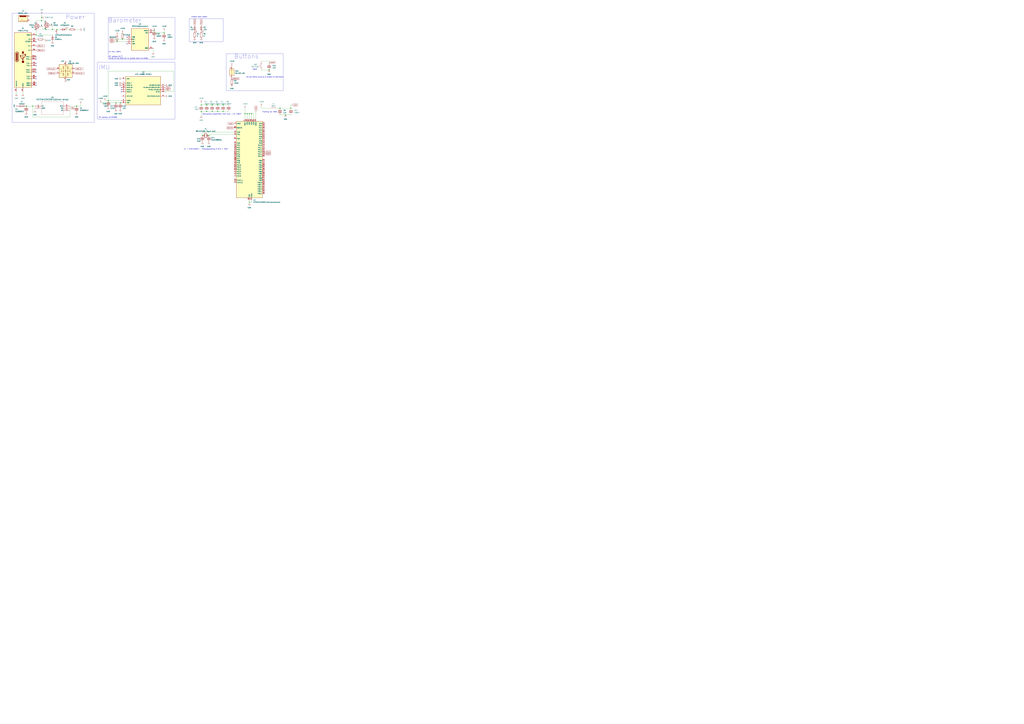
<source format=kicad_sch>
(kicad_sch (version 20230121) (generator eeschema)
  (paper "A0")
  (lib_symbols
    (symbol "2024-02-19_22-09-14:USB4105-GF-A" (pin_names (offset 0.254))
      (property "Reference" "J" (at 20.32 10.16 0))
      (property "Value" "USB4105-GF-A" (at 20.32 7.62 0))
      (symbol "USB4105-GF-A_0_1"
        (pin power_out line (at 0 0 0) (length 7.62) (name "GND") (number "A1-B12"))
        (pin power_in line (at 0 -2.54 0) (length 7.62) (name "VBUS") (number "A4-B9"))
        (pin bidirectional line (at 0 -5.08 0) (length 7.62) (name "CC1") (number "A5"))
        (pin bidirectional line (at 0 -7.62 0) (length 7.62) (name "DP1") (number "A6"))
        (pin bidirectional line (at 0 -10.16 0) (length 7.62) (name "DN1") (number "A7"))
        (pin bidirectional line (at 0 -12.7 0) (length 7.62) (name "SBU1") (number "A8"))
        (pin power_out line (at 40.64 -12.7 180) (length 7.62) (name "GND") (number "B1-A12"))
        (pin power_in line (at 40.64 -10.16 180) (length 7.62) (name "VBUS") (number "B4-A9"))
        (pin bidirectional line (at 40.64 -7.62 180) (length 7.62) (name "CC2") (number "B5"))
        (pin bidirectional line (at 40.64 -5.08 180) (length 7.62) (name "DP2") (number "B6"))
        (pin bidirectional line (at 40.64 -2.54 180) (length 7.62) (name "DN2") (number "B7"))
        (pin bidirectional line (at 40.64 0 180) (length 7.62) (name "SBU2") (number "B8"))
      )
    )
    (symbol "Connector:Barrel_Jack" (pin_names (offset 1.016))
      (property "Reference" "J" (at 0 5.334 0))
      (property "Value" "Barrel_Jack" (at 0 -5.08 0))
      (symbol "Barrel_Jack_1_1"
        (pin passive line (at 7.62 2.54 180) (length 2.54) (name "~") (number "1"))
        (pin passive line (at 7.62 -2.54 180) (length 2.54) (name "~") (number "2"))
      )
    )
    (symbol "Connector:Conn_01x01_Pin" (pin_names (offset 1.016) hide)
      (property "Reference" "J" (at 0 2.54 0))
      (property "Value" "Conn_01x01_Pin" (at 0 -2.54 0))
      (symbol "Conn_01x01_Pin_1_1"
        (pin passive line (at 5.08 0 180) (length 3.81) (name "Pin_1") (number "1"))
      )
    )
    (symbol "Connector:USB_C_Plug" (pin_names (offset 1.016))
      (property "Reference" "P" (at -10.16 29.21 0))
      (property "Value" "USB_C_Plug" (at 10.16 29.21 0))
      (symbol "USB_C_Plug_1_1"
        (pin passive line (at 0 -40.64 90) (length 5.08) (name "GND") (number "A1"))
        (pin bidirectional line (at 15.24 -15.24 180) (length 5.08) (name "RX2-") (number "A10"))
        (pin bidirectional line (at 15.24 -17.78 180) (length 5.08) (name "RX2+") (number "A11"))
        (pin passive line (at 0 -40.64 90) (length 5.08) hide (name "GND") (number "A12"))
        (pin bidirectional line (at 15.24 -10.16 180) (length 5.08) (name "TX1+") (number "A2"))
        (pin bidirectional line (at 15.24 -7.62 180) (length 5.08) (name "TX1-") (number "A3"))
        (pin passive line (at 15.24 25.4 180) (length 5.08) (name "VBUS") (number "A4"))
        (pin bidirectional line (at 15.24 20.32 180) (length 5.08) (name "CC") (number "A5"))
        (pin bidirectional line (at 15.24 7.62 180) (length 5.08) (name "D+") (number "A6"))
        (pin bidirectional line (at 15.24 12.7 180) (length 5.08) (name "D-") (number "A7"))
        (pin bidirectional line (at 15.24 -30.48 180) (length 5.08) (name "SBU1") (number "A8"))
        (pin passive line (at 15.24 25.4 180) (length 5.08) hide (name "VBUS") (number "A9"))
        (pin passive line (at 0 -40.64 90) (length 5.08) hide (name "GND") (number "B1"))
        (pin bidirectional line (at 15.24 0 180) (length 5.08) (name "RX1-") (number "B10"))
        (pin bidirectional line (at 15.24 -2.54 180) (length 5.08) (name "RX1+") (number "B11"))
        (pin passive line (at 0 -40.64 90) (length 5.08) hide (name "GND") (number "B12"))
        (pin bidirectional line (at 15.24 -25.4 180) (length 5.08) (name "TX2+") (number "B2"))
        (pin bidirectional line (at 15.24 -22.86 180) (length 5.08) (name "TX2-") (number "B3"))
        (pin passive line (at 15.24 25.4 180) (length 5.08) hide (name "VBUS") (number "B4"))
        (pin bidirectional line (at 15.24 17.78 180) (length 5.08) (name "VCONN") (number "B5"))
        (pin bidirectional line (at 15.24 -33.02 180) (length 5.08) (name "SBU2") (number "B8"))
        (pin passive line (at 15.24 25.4 180) (length 5.08) hide (name "VBUS") (number "B9"))
        (pin passive line (at -7.62 -40.64 90) (length 5.08) (name "SHIELD") (number "S1"))
      )
    )
    (symbol "DPS310:DPS310" (pin_names (offset 1.016))
      (property "Reference" "U" (at -10.16 13.462 0))
      (property "Value" "DPS310" (at -10.16 -15.24 0))
      (symbol "DPS310_0_0"
        (pin power_in line (at 15.24 -10.16 180) (length 5.08) (name "GND") (number "1"))
        (pin input line (at -15.24 2.54 0) (length 5.08) (name "~{CSB}") (number "2"))
        (pin bidirectional line (at -15.24 -2.54 0) (length 5.08) (name "SDI") (number "3"))
        (pin input clock (at -15.24 0 0) (length 5.08) (name "SCK") (number "4"))
        (pin output line (at -15.24 -5.08 0) (length 5.08) (name "SDO") (number "5"))
        (pin power_in line (at 15.24 10.16 180) (length 5.08) (name "VDDIO") (number "6"))
        (pin power_in line (at 15.24 -10.16 180) (length 5.08) (name "GND") (number "7"))
        (pin power_in line (at 15.24 7.62 180) (length 5.08) (name "VDD") (number "8"))
      )
    )
    (symbol "Device:C" (pin_numbers hide) (pin_names (offset 0.254))
      (property "Reference" "C" (at 0.635 2.54 0))
      (property "Value" "C" (at 0.635 -2.54 0))
      (symbol "C_1_1"
        (pin passive line (at 0 3.81 270) (length 2.794) (name "~") (number "1"))
        (pin passive line (at 0 -3.81 90) (length 2.794) (name "~") (number "2"))
      )
    )
    (symbol "Device:Crystal" (pin_numbers hide) (pin_names (offset 1.016) hide)
      (property "Reference" "Y" (at 0 3.81 0))
      (property "Value" "Crystal" (at 0 -3.81 0))
      (symbol "Crystal_1_1"
        (pin passive line (at -3.81 0 0) (length 1.27) (name "1") (number "1"))
        (pin passive line (at 3.81 0 180) (length 1.27) (name "2") (number "2"))
      )
    )
    (symbol "Device:Fuse" (pin_numbers hide) (pin_names (offset 0))
      (property "Reference" "F" (at 2.032 0 90))
      (property "Value" "Fuse" (at -1.905 0 90))
      (symbol "Fuse_1_1"
        (pin passive line (at 0 3.81 270) (length 1.27) (name "~") (number "1"))
        (pin passive line (at 0 -3.81 90) (length 1.27) (name "~") (number "2"))
      )
    )
    (symbol "Device:L" (pin_numbers hide) (pin_names (offset 1.016) hide)
      (property "Reference" "L" (at -1.27 0 90))
      (property "Value" "L" (at 1.905 0 90))
      (symbol "L_1_1"
        (pin passive line (at 0 3.81 270) (length 1.27) (name "1") (number "1"))
        (pin passive line (at 0 -3.81 90) (length 1.27) (name "2") (number "2"))
      )
    )
    (symbol "Device:LED" (pin_numbers hide) (pin_names (offset 1.016) hide)
      (property "Reference" "D" (at 0 2.54 0))
      (property "Value" "LED" (at 0 -2.54 0))
      (symbol "LED_1_1"
        (pin passive line (at -3.81 0 0) (length 2.54) (name "K") (number "1"))
        (pin passive line (at 3.81 0 180) (length 2.54) (name "A") (number "2"))
      )
    )
    (symbol "Device:R" (pin_numbers hide) (pin_names (offset 0))
      (property "Reference" "R" (at 2.032 0 90))
      (property "Value" "R" (at 0 0 90))
      (symbol "R_1_1"
        (pin passive line (at 0 3.81 270) (length 1.27) (name "~") (number "1"))
        (pin passive line (at 0 -3.81 90) (length 1.27) (name "~") (number "2"))
      )
    )
    (symbol "Diode:ESD5Zxx" (pin_numbers hide) (pin_names hide)
      (property "Reference" "D" (at 0 2.54 0))
      (property "Value" "ESD5Zxx" (at 0 -2.54 0))
      (symbol "ESD5Zxx_1_1"
        (pin passive line (at -3.81 0 0) (length 2.54) (name "K") (number "1"))
        (pin passive line (at 3.81 0 180) (length 2.54) (name "A") (number "2"))
      )
    )
    (symbol "ICM-42688-P:ICM-42688-P" (pin_names (offset 1.016))
      (property "Reference" "U" (at -20.32 16.002 0))
      (property "Value" "ICM-42688-P" (at -20.32 -20.32 0))
      (symbol "ICM-42688-P_0_0"
        (pin bidirectional line (at -25.4 -7.62 0) (length 5.08) (name "AP_SDO/AP_AD0") (number "1"))
        (pin passive line (at 25.4 -5.08 180) (length 5.08) (name "RESV_10") (number "10"))
        (pin passive line (at 25.4 -7.62 180) (length 5.08) (name "RESV_11") (number "11"))
        (pin input line (at -25.4 0 0) (length 5.08) (name "AP_CS") (number "12"))
        (pin input clock (at -25.4 -2.54 0) (length 5.08) (name "AP_SCL/AP_SCLK") (number "13"))
        (pin bidirectional line (at -25.4 -5.08 0) (length 5.08) (name "AP_SDA/AP_SDIO/AP_SDI") (number "14"))
        (pin passive line (at 25.4 0 180) (length 5.08) (name "RESV_2") (number "2"))
        (pin passive line (at 25.4 -2.54 180) (length 5.08) (name "RESV_3") (number "3"))
        (pin output line (at 25.4 5.08 180) (length 5.08) (name "INT1/INT") (number "4"))
        (pin power_in line (at 25.4 10.16 180) (length 5.08) (name "VDDIO") (number "5"))
        (pin power_in line (at 25.4 -15.24 180) (length 5.08) (name "GND") (number "6"))
        (pin passive line (at 25.4 -10.16 180) (length 5.08) (name "RESV_7") (number "7"))
        (pin power_in line (at 25.4 12.7 180) (length 5.08) (name "VDD") (number "8"))
        (pin bidirectional line (at -25.4 5.08 0) (length 5.08) (name "INT2/FSYNC/CLKIN") (number "9"))
      )
    )
    (symbol "MCU_ST_STM32F4:STM32F405RGTx"
      (property "Reference" "U" (at -15.24 46.99 0))
      (property "Value" "STM32F405RGTx" (at 10.16 46.99 0))
      (symbol "STM32F405RGTx_1_1"
        (pin power_in line (at -5.08 48.26 270) (length 2.54) (name "VBAT") (number "1"))
        (pin bidirectional line (at -17.78 15.24 0) (length 2.54) (name "PC2") (number "10"))
        (pin bidirectional line (at -17.78 12.7 0) (length 2.54) (name "PC3") (number "11"))
        (pin power_in line (at 2.54 -45.72 90) (length 2.54) (name "VSSA") (number "12"))
        (pin power_in line (at 7.62 48.26 270) (length 2.54) (name "VDDA") (number "13"))
        (pin bidirectional line (at 17.78 43.18 180) (length 2.54) (name "PA0") (number "14"))
        (pin bidirectional line (at 17.78 40.64 180) (length 2.54) (name "PA1") (number "15"))
        (pin bidirectional line (at 17.78 38.1 180) (length 2.54) (name "PA2") (number "16"))
        (pin bidirectional line (at 17.78 35.56 180) (length 2.54) (name "PA3") (number "17"))
        (pin power_in line (at 0 -45.72 90) (length 2.54) (name "VSS") (number "18"))
        (pin power_in line (at -2.54 48.26 270) (length 2.54) (name "VDD") (number "19"))
        (pin bidirectional line (at -17.78 -12.7 0) (length 2.54) (name "PC13") (number "2"))
        (pin bidirectional line (at 17.78 33.02 180) (length 2.54) (name "PA4") (number "20"))
        (pin bidirectional line (at 17.78 30.48 180) (length 2.54) (name "PA5") (number "21"))
        (pin bidirectional line (at 17.78 27.94 180) (length 2.54) (name "PA6") (number "22"))
        (pin bidirectional line (at 17.78 25.4 180) (length 2.54) (name "PA7") (number "23"))
        (pin bidirectional line (at -17.78 10.16 0) (length 2.54) (name "PC4") (number "24"))
        (pin bidirectional line (at -17.78 7.62 0) (length 2.54) (name "PC5") (number "25"))
        (pin bidirectional line (at 17.78 0 180) (length 2.54) (name "PB0") (number "26"))
        (pin bidirectional line (at 17.78 -2.54 180) (length 2.54) (name "PB1") (number "27"))
        (pin bidirectional line (at 17.78 -5.08 180) (length 2.54) (name "PB2") (number "28"))
        (pin bidirectional line (at 17.78 -25.4 180) (length 2.54) (name "PB10") (number "29"))
        (pin bidirectional line (at -17.78 -15.24 0) (length 2.54) (name "PC14") (number "3"))
        (pin bidirectional line (at 17.78 -27.94 180) (length 2.54) (name "PB11") (number "30"))
        (pin power_out line (at -17.78 -22.86 0) (length 2.54) (name "VCAP_1") (number "31"))
        (pin power_in line (at 0 48.26 270) (length 2.54) (name "VDD") (number "32"))
        (pin bidirectional line (at 17.78 -30.48 180) (length 2.54) (name "PB12") (number "33"))
        (pin bidirectional line (at 17.78 -33.02 180) (length 2.54) (name "PB13") (number "34"))
        (pin bidirectional line (at 17.78 -35.56 180) (length 2.54) (name "PB14") (number "35"))
        (pin bidirectional line (at 17.78 -38.1 180) (length 2.54) (name "PB15") (number "36"))
        (pin bidirectional line (at -17.78 5.08 0) (length 2.54) (name "PC6") (number "37"))
        (pin bidirectional line (at -17.78 2.54 0) (length 2.54) (name "PC7") (number "38"))
        (pin bidirectional line (at -17.78 0 0) (length 2.54) (name "PC8") (number "39"))
        (pin bidirectional line (at -17.78 -17.78 0) (length 2.54) (name "PC15") (number "4"))
        (pin bidirectional line (at -17.78 -2.54 0) (length 2.54) (name "PC9") (number "40"))
        (pin bidirectional line (at 17.78 22.86 180) (length 2.54) (name "PA8") (number "41"))
        (pin bidirectional line (at 17.78 20.32 180) (length 2.54) (name "PA9") (number "42"))
        (pin bidirectional line (at 17.78 17.78 180) (length 2.54) (name "PA10") (number "43"))
        (pin bidirectional line (at 17.78 15.24 180) (length 2.54) (name "PA11") (number "44"))
        (pin bidirectional line (at 17.78 12.7 180) (length 2.54) (name "PA12") (number "45"))
        (pin bidirectional line (at 17.78 10.16 180) (length 2.54) (name "PA13") (number "46"))
        (pin power_out line (at -17.78 -25.4 0) (length 2.54) (name "VCAP_2") (number "47"))
        (pin power_in line (at 2.54 48.26 270) (length 2.54) (name "VDD") (number "48"))
        (pin bidirectional line (at 17.78 7.62 180) (length 2.54) (name "PA14") (number "49"))
        (pin bidirectional line (at -17.78 33.02 0) (length 2.54) (name "PH0") (number "5"))
        (pin bidirectional line (at 17.78 5.08 180) (length 2.54) (name "PA15") (number "50"))
        (pin bidirectional line (at -17.78 -5.08 0) (length 2.54) (name "PC10") (number "51"))
        (pin bidirectional line (at -17.78 -7.62 0) (length 2.54) (name "PC11") (number "52"))
        (pin bidirectional line (at -17.78 -10.16 0) (length 2.54) (name "PC12") (number "53"))
        (pin bidirectional line (at -17.78 25.4 0) (length 2.54) (name "PD2") (number "54"))
        (pin bidirectional line (at 17.78 -7.62 180) (length 2.54) (name "PB3") (number "55"))
        (pin bidirectional line (at 17.78 -10.16 180) (length 2.54) (name "PB4") (number "56"))
        (pin bidirectional line (at 17.78 -12.7 180) (length 2.54) (name "PB5") (number "57"))
        (pin bidirectional line (at 17.78 -15.24 180) (length 2.54) (name "PB6") (number "58"))
        (pin bidirectional line (at 17.78 -17.78 180) (length 2.54) (name "PB7") (number "59"))
        (pin bidirectional line (at -17.78 30.48 0) (length 2.54) (name "PH1") (number "6"))
        (pin input line (at -17.78 38.1 0) (length 2.54) (name "BOOT0") (number "60"))
        (pin bidirectional line (at 17.78 -20.32 180) (length 2.54) (name "PB8") (number "61"))
        (pin bidirectional line (at 17.78 -22.86 180) (length 2.54) (name "PB9") (number "62"))
        (pin passive line (at 0 -45.72 90) (length 2.54) hide (name "VSS") (number "63"))
        (pin power_in line (at 5.08 48.26 270) (length 2.54) (name "VDD") (number "64"))
        (pin input line (at -17.78 43.18 0) (length 2.54) (name "NRST") (number "7"))
        (pin bidirectional line (at -17.78 20.32 0) (length 2.54) (name "PC0") (number "8"))
        (pin bidirectional line (at -17.78 17.78 0) (length 2.54) (name "PC1") (number "9"))
      )
    )
    (symbol "NCP164CSN330T1G:NCP164CSN330T1G" (pin_names (offset 0.254))
      (property "Reference" "U" (at 20.32 10.16 0))
      (property "Value" "NCP164CSN330T1G" (at 20.32 7.62 0))
      (symbol "NCP164CSN330T1G_0_1"
        (pin power_in line (at 0 0 0) (length 7.62) (name "IN") (number "1"))
        (pin power_out line (at 0 -2.54 0) (length 7.62) (name "GND") (number "2"))
        (pin unspecified line (at 40.64 -5.08 180) (length 7.62) (name "EN") (number "3"))
        (pin unspecified line (at 40.64 -2.54 180) (length 7.62) (name "PG") (number "4"))
        (pin output line (at 40.64 0 180) (length 7.62) (name "OUT") (number "5"))
      )
    )
    (symbol "Power_Protection:USBLC6-2P6" (pin_names hide)
      (property "Reference" "U" (at 2.54 8.89 0))
      (property "Value" "USBLC6-2P6" (at 2.54 -8.89 0))
      (symbol "USBLC6-2P6_1_1"
        (pin passive line (at -10.16 -2.54 0) (length 2.54) (name "I/O1") (number "1"))
        (pin passive line (at 0 -10.16 90) (length 2.54) (name "GND") (number "2"))
        (pin passive line (at 10.16 -2.54 180) (length 2.54) (name "I/O2") (number "3"))
        (pin passive line (at 10.16 2.54 180) (length 2.54) (name "I/O2") (number "4"))
        (pin passive line (at 0 10.16 270) (length 2.54) (name "VBUS") (number "5"))
        (pin passive line (at -10.16 2.54 0) (length 2.54) (name "I/O1") (number "6"))
      )
    )
    (symbol "Simulation_SPICE:NMOS" (pin_numbers hide) (pin_names (offset 0))
      (property "Reference" "Q" (at 5.08 1.27 0))
      (property "Value" "NMOS" (at 5.08 -1.27 0))
      (symbol "NMOS_1_1"
        (pin passive line (at 2.54 5.08 270) (length 2.54) (name "D") (number "1"))
        (pin input line (at -5.08 0 0) (length 2.54) (name "G") (number "2"))
        (pin passive line (at 2.54 -5.08 90) (length 2.54) (name "S") (number "3"))
      )
    )
    (symbol "Simulation_SPICE:PMOS" (pin_numbers hide) (pin_names (offset 0))
      (property "Reference" "Q" (at 5.08 1.27 0))
      (property "Value" "PMOS" (at 5.08 -1.27 0))
      (symbol "PMOS_1_1"
        (pin passive line (at 2.54 5.08 270) (length 2.54) (name "D") (number "1"))
        (pin input line (at -5.08 0 0) (length 2.54) (name "G") (number "2"))
        (pin passive line (at 2.54 -5.08 90) (length 2.54) (name "S") (number "3"))
      )
    )
    (symbol "Switch:SW_DIP_x01" (pin_names (offset 0) hide)
      (property "Reference" "SW" (at 0 3.81 0))
      (property "Value" "SW_DIP_x01" (at 0 -3.81 0))
      (symbol "SW_DIP_x01_1_1"
        (pin passive line (at -7.62 0 0) (length 5.08) (name "~") (number "1"))
        (pin passive line (at 7.62 0 180) (length 5.08) (name "~") (number "2"))
      )
    )
    (symbol "Switch:SW_Push" (pin_numbers hide) (pin_names (offset 1.016) hide)
      (property "Reference" "SW" (at 1.27 2.54 0))
      (property "Value" "SW_Push" (at 0 -1.524 0))
      (symbol "SW_Push_0_1"
        (pin passive line (at -5.08 0 0) (length 2.54) (name "1") (number "1"))
        (pin passive line (at 5.08 0 180) (length 2.54) (name "2") (number "2"))
      )
    )
    (symbol "power:+3.3V" (power) (pin_names (offset 0))
      (property "Value" "+3.3V" (at 0 3.556 0))
      (symbol "+3.3V_1_1"
        (pin power_in line (at 0 0 90) (length 0) hide (name "+3.3V") (number "1"))
      )
    )
    (symbol "power:+5V" (power) (pin_names (offset 0))
      (property "Value" "+5V" (at 0 3.556 0))
      (symbol "+5V_1_1"
        (pin power_in line (at 0 0 90) (length 0) hide (name "+5V") (number "1"))
      )
    )
    (symbol "power:GND" (power) (pin_names (offset 0))
      (property "Value" "GND" (at 0 -3.81 0))
      (symbol "GND_1_1"
        (pin power_in line (at 0 0 270) (length 0) hide (name "GND") (number "1"))
      )
    )
    (symbol "power:PWR_FLAG" (power) (pin_numbers hide) (pin_names (offset 0) hide)
      (property "Value" "PWR_FLAG" (at 0 3.81 0))
      (symbol "PWR_FLAG_0_0"
        (pin power_out line (at 0 0 90) (length 0) (name "pwr") (number "1"))
      )
    )
  )
  (junction (at 325.12 125.73))
  (junction (at 287.02 132.08))
  (junction (at 135.89 48.26))
  (junction (at 179.07 35.56))
  (junction (at 190.5 38.1))
  (junction (at 88.9 123.19))
  (junction (at 252.73 121.92))
  (junction (at 48.26 24.13))
  (junction (at 312.42 81.28))
  (junction (at 139.7 119.38))
  (junction (at 289.56 234.95))
  (junction (at 331.47 133.35))
  (junction (at 66.04 34.29))
  (junction (at 233.68 121.92))
  (junction (at 125.73 116.84))
  (junction (at 233.68 129.54))
  (junction (at 292.1 132.08))
  (junction (at 38.1 123.19))
  (junction (at 240.03 129.54))
  (junction (at 240.03 121.92))
  (junction (at 53.34 34.29))
  (junction (at 259.08 129.54))
  (junction (at 246.38 121.92))
  (junction (at 284.48 132.08))
  (junction (at 252.73 129.54))
  (junction (at 242.57 157.48))
  (junction (at 60.96 34.29))
  (junction (at 30.48 123.19))
  (junction (at 246.38 129.54))
  (junction (at 134.62 119.38))
  (junction (at 48.26 20.32))
  (junction (at 259.08 121.92))
  (junction (at 142.24 45.72))
  (junction (at 337.82 125.73))
  (junction (at 289.56 132.08))
  (junction (at 41.91 40.64))
  (junction (at 234.95 157.48))
  (no_connect (at 41.91 48.26))
  (no_connect (at 147.32 50.8))
  (no_connect (at 140.97 101.6))
  (no_connect (at 41.91 66.04))
  (no_connect (at 140.97 106.68))
  (no_connect (at 147.32 43.18))
  (no_connect (at 41.91 83.82))
  (no_connect (at 41.91 76.2))
  (no_connect (at 41.91 88.9))
  (no_connect (at 41.91 81.28))
  (no_connect (at 41.91 99.06))
  (no_connect (at 41.91 73.66))
  (no_connect (at 41.91 68.58))
  (no_connect (at 140.97 104.14))
  (no_connect (at 41.91 91.44))
  (no_connect (at 41.91 96.52))
  (wire (pts (xy 292.1 132.08) (xy 294.64 132.08)))
  (wire (pts (xy 289.56 232.41) (xy 289.56 234.95)))
  (wire (pts (xy 77.47 34.29) (xy 80.01 34.29)))
  (wire (pts (xy 292.1 232.41) (xy 292.1 234.95)))
  (wire (pts (xy 147.32 45.72) (xy 142.24 45.72)))
  (wire (pts (xy 179.07 35.56) (xy 177.8 35.56)))
  (wire (pts (xy 303.53 71.12) (xy 312.42 71.12)))
  (wire (pts (xy 339.09 121.92) (xy 337.82 121.92)))
  (wire (pts (xy 49.53 30.48) (xy 49.53 34.29)))
  (wire (pts (xy 325.12 125.73) (xy 337.82 125.73)))
  (wire (pts (xy 66.04 34.29) (xy 69.85 34.29)))
  (wire (pts (xy 76.2 73.66) (xy 76.2 72.39)))
  (wire (pts (xy 242.57 156.21) (xy 242.57 157.48)))
  (wire (pts (xy 60.96 29.21) (xy 60.96 34.29)))
  (wire (pts (xy 48.26 20.32) (xy 48.26 24.13)))
  (wire (pts (xy 240.03 129.54) (xy 246.38 129.54)))
  (wire (pts (xy 142.24 45.72) (xy 133.35 45.72)))
  (wire (pts (xy 271.78 156.21) (xy 242.57 156.21)))
  (wire (pts (xy 49.53 34.29) (xy 53.34 34.29)))
  (wire (pts (xy 41.91 24.13) (xy 48.26 24.13)))
  (wire (pts (xy 41.91 45.72) (xy 43.18 45.72)))
  (wire (pts (xy 41.91 24.13) (xy 41.91 25.4)))
  (wire (pts (xy 177.8 55.88) (xy 177.8 60.96)))
  (wire (pts (xy 125.73 82.55) (xy 201.93 82.55)))
  (wire (pts (xy 303.53 125.73) (xy 313.69 125.73)))
  (wire (pts (xy 292.1 132.08) (xy 292.1 138.43)))
  (wire (pts (xy 121.92 116.84) (xy 125.73 116.84)))
  (wire (pts (xy 331.47 133.35) (xy 337.82 133.35)))
  (wire (pts (xy 284.48 132.08) (xy 284.48 138.43)))
  (wire (pts (xy 88.9 123.19) (xy 93.98 123.19)))
  (wire (pts (xy 297.18 129.54) (xy 297.18 138.43)))
  (wire (pts (xy 271.78 153.67) (xy 234.95 153.67)))
  (wire (pts (xy -50.8 59.69) (xy -52.07 59.69)))
  (wire (pts (xy 289.56 132.08) (xy 289.56 138.43)))
  (wire (pts (xy 41.91 35.56) (xy 41.91 40.64)))
  (wire (pts (xy 133.35 48.26) (xy 135.89 48.26)))
  (wire (pts (xy 190.5 35.56) (xy 190.5 38.1)))
  (wire (pts (xy 289.56 132.08) (xy 292.1 132.08)))
  (wire (pts (xy 135.89 48.26) (xy 147.32 48.26)))
  (wire (pts (xy 284.48 125.73) (xy 284.48 132.08)))
  (wire (pts (xy 87.63 34.29) (xy 92.71 34.29)))
  (wire (pts (xy 125.73 116.84) (xy 125.73 82.55)))
  (wire (pts (xy 289.56 234.95) (xy 289.56 236.22)))
  (wire (pts (xy 312.42 71.12) (xy 312.42 73.66)))
  (wire (pts (xy 53.34 45.72) (xy 50.8 45.72)))
  (wire (pts (xy 38.1 135.89) (xy 81.28 135.89)))
  (wire (pts (xy 259.08 121.92) (xy 265.43 121.92)))
  (wire (pts (xy 81.28 123.19) (xy 88.9 123.19)))
  (wire (pts (xy 26.67 106.68) (xy 26.67 109.22)))
  (wire (pts (xy 48.26 16.51) (xy 48.26 20.32)))
  (wire (pts (xy 252.73 121.92) (xy 259.08 121.92)))
  (wire (pts (xy 240.03 121.92) (xy 246.38 121.92)))
  (wire (pts (xy 60.96 34.29) (xy 66.04 34.29)))
  (wire (pts (xy 201.93 82.55) (xy 201.93 106.68)))
  (wire (pts (xy 303.53 123.19) (xy 303.53 125.73)))
  (wire (pts (xy 30.48 123.19) (xy 38.1 123.19)))
  (wire (pts (xy 287.02 132.08) (xy 287.02 138.43)))
  (wire (pts (xy 234.95 153.67) (xy 234.95 157.48)))
  (wire (pts (xy 292.1 234.95) (xy 289.56 234.95)))
  (wire (pts (xy -10.16 59.69) (xy -11.43 59.69)))
  (wire (pts (xy 38.1 123.19) (xy 40.64 123.19)))
  (wire (pts (xy 38.1 123.19) (xy 38.1 135.89)))
  (wire (pts (xy 252.73 129.54) (xy 259.08 129.54)))
  (wire (pts (xy 139.7 119.38) (xy 140.97 119.38)))
  (wire (pts (xy 246.38 121.92) (xy 252.73 121.92)))
  (wire (pts (xy 41.91 40.64) (xy 60.96 40.64)))
  (wire (pts (xy 81.28 135.89) (xy 81.28 128.27)))
  (wire (pts (xy 325.12 133.35) (xy 331.47 133.35)))
  (wire (pts (xy 233.68 119.38) (xy 233.68 121.92)))
  (wire (pts (xy 53.34 34.29) (xy 60.96 34.29)))
  (wire (pts (xy 269.24 99.06) (xy 269.24 97.79)))
  (wire (pts (xy 19.05 106.68) (xy 19.05 109.22)))
  (wire (pts (xy 201.93 106.68) (xy 191.77 106.68)))
  (wire (pts (xy 259.08 129.54) (xy 265.43 129.54)))
  (wire (pts (xy 325.12 125.73) (xy 321.31 125.73)))
  (wire (pts (xy 294.64 132.08) (xy 294.64 138.43)))
  (wire (pts (xy 116.84 119.38) (xy 134.62 119.38)))
  (wire (pts (xy 233.68 134.62) (xy 233.68 129.54)))
  (wire (pts (xy 40.64 125.73) (xy 40.64 128.27)))
  (wire (pts (xy 240.03 121.92) (xy 233.68 121.92)))
  (wire (pts (xy 48.26 24.13) (xy 53.34 24.13)))
  (wire (pts (xy 177.8 38.1) (xy 190.5 38.1)))
  (wire (pts (xy 287.02 132.08) (xy 289.56 132.08)))
  (wire (pts (xy 284.48 132.08) (xy 287.02 132.08)))
  (wire (pts (xy 93.98 123.19) (xy 93.98 120.65)))
  (wire (pts (xy 240.03 129.54) (xy 233.68 129.54)))
  (wire (pts (xy 337.82 121.92) (xy 337.82 125.73)))
  (wire (pts (xy 134.62 119.38) (xy 139.7 119.38)))
  (wire (pts (xy 303.53 81.28) (xy 312.42 81.28)))
  (wire (pts (xy 125.73 116.84) (xy 140.97 116.84)))
  (wire (pts (xy 29.21 123.19) (xy 30.48 123.19)))
  (wire (pts (xy 246.38 129.54) (xy 252.73 129.54)))
  (rectangle (start 219.71 21.59) (end 259.08 48.26))
  (rectangle (start 13.97 15.24) (end 109.22 142.24))
  (rectangle (start 262.89 62.23) (end 328.93 105.41))
  (rectangle (start 125.73 20.32) (end 203.2 68.58))
  (rectangle (start 113.03 72.39) (end 203.2 138.43))
  (text "filtering for VDDA\n" (at 304.8 130.81 0) (effects (font (size 1.27 1.27)) (justify left bottom)))
  (text "enable boot loader\n" (at 222.25 20.32 0) (effects (font (size 1.27 1.27)) (justify left bottom)))
  (text "I2C adress: b1101000" (at 114.3 137.16 0) (effects (font (size 1.27 1.27)) (justify left bottom)))
  (text "Buttons" (at 271.78 68.58 0) (effects (font (size 5 5)) (justify left bottom)))
  (text "IMU\n" (at 114.3 81.28 0) (effects (font (size 5 5)) (justify left bottom)))
  (text "Power\n" (at 76.2 22.86 0) (effects (font (size 5 5)) (justify left bottom)))
  (text "CL = 2*(CL(20pF) - Cstray(guessing 3 pF)) = 34pF\n" (at 213.36 173.99 0) (effects (font (size 1.27 1.27)) (justify left bottom)))
  (text "Decoupling Capacitors: 10uF bulk + 5x 100nF\n" (at 234.95 133.35 0) (effects (font (size 1.27 1.27)) (justify left bottom)))
  (text "Reset\n" (at 293.37 81.28 0) (effects (font (size 1.27 1.27)) (justify left bottom)))
  (text "nrst has internal pullup so we pulldown to reset device\n" (at 285.75 90.17 0) (effects (font (size 1 1)) (justify left bottom)))
  (text "Barometer" (at 125.73 26.67 0) (effects (font (size 5 5)) (justify left bottom)))
  (text "I2C adress: 0x77\n 0x76 (if the SDO pin is pulled-down to GND)." (at 125.73 68.58 0) (effects (font (size 1.27 1.27)) (justify left bottom)))
  (text "clk max 10Mhz\n" (at 125.73 60.96 0) (effects (font (size 1.27 1.27)) (justify left bottom)))
  (global_label "USB_D-" (shape input) (at 41.91 53.34 0) (property "Intersheetrefs" "${INTERSHEET_REFS}" (effects hide)))
  (global_label "BOOT0" (shape input) (at 271.78 148.59 180) (property "Intersheetrefs" "${INTERSHEET_REFS}" (effects hide)))
  (global_label "USB_D+" (shape input) (at 66.04 85.09 180) (property "Intersheetrefs" "${INTERSHEET_REFS}" (effects hide)))
  (global_label "SCK" (shape input) (at 133.35 45.72 180) (property "Intersheetrefs" "${INTERSHEET_REFS}" (effects hide)))
  (global_label "3.3A" (shape input) (at 297.18 129.54 90) (property "Intersheetrefs" "${INTERSHEET_REFS}" (effects hide)))
  (global_label "micro_D-" (shape input) (at 86.36 85.09 0) (property "Intersheetrefs" "${INTERSHEET_REFS}" (effects hide)))
  (global_label "USB_D-" (shape input) (at 86.36 80.01 0) (property "Intersheetrefs" "${INTERSHEET_REFS}" (effects hide)))
  (global_label "3.3A" (shape input) (at 339.09 121.92 0) (property "Intersheetrefs" "${INTERSHEET_REFS}" (effects hide)))
  (global_label "BOOT0" (shape input) (at 269.24 91.44 0) (property "Intersheetrefs" "${INTERSHEET_REFS}" (effects hide)))
  (global_label "PA13" (shape input) (at 226.06 29.21 90) (property "Intersheetrefs" "${INTERSHEET_REFS}" (effects hide)))
  (global_label "PA14" (shape input) (at 233.68 29.21 90) (property "Intersheetrefs" "${INTERSHEET_REFS}" (effects hide)))
  (global_label "SDA" (shape input) (at 191.77 101.6 0) (property "Intersheetrefs" "${INTERSHEET_REFS}" (effects hide)))
  (global_label "SDA" (shape input) (at 133.35 48.26 180) (property "Intersheetrefs" "${INTERSHEET_REFS}" (effects hide)))
  (global_label "micro_D+" (shape input) (at 66.04 80.01 180) (property "Intersheetrefs" "${INTERSHEET_REFS}" (effects hide)))
  (global_label "PG" (shape input) (at 81.28 125.73 0) (property "Intersheetrefs" "${INTERSHEET_REFS}" (effects hide)))
  (global_label "reset" (shape input) (at 312.42 72.39 0) (property "Intersheetrefs" "${INTERSHEET_REFS}" (effects hide)))
  (global_label "PA13" (shape input) (at 307.34 176.53 0) (property "Intersheetrefs" "${INTERSHEET_REFS}" (effects hide)))
  (global_label "USB_D+" (shape input) (at 41.91 58.42 0) (property "Intersheetrefs" "${INTERSHEET_REFS}" (effects hide)))
  (global_label "PA14" (shape input) (at 307.34 179.07 0) (property "Intersheetrefs" "${INTERSHEET_REFS}" (effects hide)))
  (global_label "reset" (shape input) (at 271.78 143.51 180) (property "Intersheetrefs" "${INTERSHEET_REFS}" (effects hide)))
  (global_label "SCL" (shape input) (at 191.77 104.14 0) (property "Intersheetrefs" "${INTERSHEET_REFS}" (effects hide)))
  (symbol (lib_id "Device:Crystal") (at 238.76 157.48 0) (unit 1)
    (property "Reference" "Y1" (at 238.76 149.86 0))
    (property "Value" "8MHz(TODO: figure out)" (at 238.76 152.4 0))
  )
  (symbol (lib_id "Switch:SW_Push") (at 303.53 76.2 90) (unit 1)
    (property "Reference" "SW2" (at 294.64 74.93 90) (effects (justify right)))
    (property "Value" "SW_Push" (at 292.1 77.47 90) (effects (justify right)))
  )
  (symbol (lib_id "power:GND") (at 140.97 99.06 270) (unit 1)
    (property "Reference" "#PWR043" (effects hide))
    (property "Value" "GND" (at 137.16 99.06 90) (effects (justify right)))
  )
  (symbol (lib_id "power:GND") (at 88.9 130.81 0) (unit 1)
    (property "Reference" "#PWR010" (effects hide))
    (property "Value" "GND" (at 88.9 135.89 0))
  )
  (symbol (lib_id "power:GND") (at 92.71 34.29 90) (unit 1)
    (property "Reference" "#PWR011" (effects hide))
    (property "Value" "GND" (at 97.79 34.29 0))
  )
  (symbol (lib_id "Connector:USB_C_Plug") (at 26.67 66.04 0) (unit 1)
    (property "Reference" "P1" (at 26.67 33.02 0))
    (property "Value" "USB_C_Plug" (at 26.67 35.56 0))
    (property "Datasheet" "https://www.usb.org/sites/default/files/documents/usb_type-c.zip" (effects hide))
  )
  (symbol (lib_id "power:GND") (at 60.96 48.26 0) (unit 1)
    (property "Reference" "#PWR018" (effects hide))
    (property "Value" "GND" (at 60.96 53.34 0))
  )
  (symbol (lib_id "power:GND") (at 233.68 44.45 0) (unit 1)
    (property "Reference" "#PWR030" (effects hide))
    (property "Value" "GND" (at 233.68 49.53 0))
  )
  (symbol (lib_id "Device:LED") (at 73.66 34.29 180) (unit 1)
    (property "Reference" "D1" (at 75.2475 26.67 0))
    (property "Value" "LED(green)" (at 75.2475 29.21 0))
  )
  (symbol (lib_id "power:GND") (at 242.57 165.1 0) (unit 1)
    (property "Reference" "#PWR026" (effects hide))
    (property "Value" "GND" (at 242.57 170.18 0))
  )
  (symbol (lib_id "Device:C") (at 259.08 125.73 0) (unit 1)
    (property "Reference" "C7" (at 256.54 118.11 0) (effects (justify left)))
    (property "Value" "100nF" (at 256.54 120.65 0) (effects (justify left)))
  )
  (symbol (lib_id "power:GND") (at 269.24 97.79 0) (unit 1)
    (property "Reference" "#PWR028" (effects hide))
    (property "Value" "GND" (at 269.24 102.87 0))
  )
  (symbol (lib_id "power:GND") (at 234.95 165.1 0) (unit 1)
    (property "Reference" "#PWR025" (effects hide))
    (property "Value" "GND" (at 234.95 170.18 0))
  )
  (symbol (lib_id "Device:R") (at 226.06 40.64 0) (unit 1)
    (property "Reference" "R4" (at 228.6 39.37 0) (effects (justify left)))
    (property "Value" "R" (at 228.6 41.91 0) (effects (justify left)))
  )
  (symbol (lib_id "power:GND") (at 331.47 133.35 0) (unit 1)
    (property "Reference" "#PWR017" (effects hide))
    (property "Value" "GND" (at 331.47 138.43 0))
  )
  (symbol (lib_id "power:+3.3V") (at 121.92 116.84 0) (unit 1)
    (property "Reference" "#PWR038" (effects hide))
    (property "Value" "+3.3V" (at 121.92 111.76 0))
  )
  (symbol (lib_id "Device:R") (at 46.99 45.72 90) (unit 1)
    (property "Reference" "R1" (at 46.99 39.37 90))
    (property "Value" "5100Ω" (at 46.99 41.91 90))
  )
  (symbol (lib_id "NCP164CSN330T1G:NCP164CSN330T1G") (at 40.64 123.19 0) (unit 1)
    (property "Reference" "U4" (at 60.96 113.03 0) (effects (font (size 1.524 1.524))))
    (property "Value" "NCP164CSN330T1G(more amps)" (at 60.96 115.57 0) (effects (font (size 1.524 1.524))))
    (property "Footprint" "FP-NCP164CSN330T1G_OSI" (effects hide))
    (property "Datasheet" "NCP164CSN330T1G" (effects hide))
  )
  (symbol (lib_id "power:GND") (at 190.5 45.72 0) (unit 1)
    (property "Reference" "#PWR034" (effects hide))
    (property "Value" "GND" (at 190.5 50.8 0))
  )
  (symbol (lib_id "Connector:Barrel_Jack") (at 26.67 21.59 0) (unit 1)
    (property "Reference" "J1" (at 26.67 12.7 0))
    (property "Value" "Barrel_Jack" (at 26.67 15.24 0))
  )
  (symbol (lib_id "power:+3.3V") (at 190.5 35.56 0) (unit 1)
    (property "Reference" "#PWR033" (effects hide))
    (property "Value" "+3.3V" (at 190.5 30.48 0))
  )
  (symbol (lib_id "power:+3.3V") (at 93.98 120.65 0) (unit 1)
    (property "Reference" "#PWR07" (effects hide))
    (property "Value" "+3.3V" (at 93.98 115.57 0))
  )
  (symbol (lib_id "power:+3.3V") (at 179.07 35.56 0) (unit 1)
    (property "Reference" "#PWR020" (effects hide))
    (property "Value" "+3.3V" (at 179.07 30.48 0))
  )
  (symbol (lib_id "DPS310:DPS310") (at 162.56 45.72 0) (unit 1)
    (property "Reference" "U3" (at 162.56 27.94 0))
    (property "Value" "DPS310(barometer)" (at 162.56 30.48 0))
    (property "Footprint" "DPS310:XDCR_DPS310" (effects hide))
    (property "MF" "Infineon Technologies" (effects hide))
    (property "DESCRIPTION" "The DPS310 is a miniaturized Digital Barometric Air Pressure Sensor with a high accuracy and a low current consumption, capable of measuring both pressure and temperature." (effects hide))
    (property "PACKAGE" "VFLGA-8 Infineon Technologies" (effects hide))
    (property "PRICE" "None" (effects hide))
    (property "Package" "VFLGA-8 Infineon Technologies" (effects hide))
    (property "Check_prices" "https://www.snapeda.com/parts/DPS310/Infineon+Technologies/view-part/?ref=eda" (effects hide))
    (property "Price" "None" (effects hide))
    (property "SnapEDA_Link" "https://www.snapeda.com/parts/DPS310/Infineon+Technologies/view-part/?ref=snap" (effects hide))
    (property "MP" "DPS310" (effects hide))
    (property "Purchase-URL" "https://www.snapeda.com/api/url_track_click_mouser/?unipart_id=2598356&manufacturer=Infineon Technologies&part_name=DPS310&search_term=dps310" (effects hide))
    (property "Availability" "In Stock" (effects hide))
    (property "AVAILABILITY" "Unavailable" (effects hide))
    (property "Description" "\nPressure Sensor 4.35PSI ~ 17.4PSI (30kPa ~ 120kPa) Vented Gauge - 24 b 8-VFLGA\n" (effects hide))
  )
  (symbol (lib_id "Simulation_SPICE:PMOS") (at 44.45 30.48 0) (mirror y) (unit 1)
    (property "Reference" "Q1" (at 39.37 31.75 0) (effects (justify left)))
    (property "Value" "PMOS" (at 39.37 29.21 0) (effects (justify left)))
    (property "Datasheet" "https://ngspice.sourceforge.io/docs/ngspice-manual.pdf" (effects hide))
    (property "Sim.Device" "PMOS" (effects hide))
    (property "Sim.Type" "VDMOS" (effects hide))
    (property "Sim.Pins" "1=D 2=G 3=S" (effects hide))
  )
  (symbol (lib_id "Device:C") (at 240.03 125.73 0) (unit 1)
    (property "Reference" "C4" (at 237.49 118.11 0) (effects (justify left)))
    (property "Value" "100nF" (at 237.49 120.65 0) (effects (justify left)))
  )
  (symbol (lib_id "power:GND") (at 26.67 109.22 0) (unit 1)
    (property "Reference" "#PWR04" (effects hide))
    (property "Value" "GND" (at 26.67 114.3 0))
  )
  (symbol (lib_id "Connector:Conn_01x01_Pin") (at 66.04 39.37 90) (unit 1)
    (property "Reference" "J1(inputfrombattery)" (at 63.5 40.64 90) (effects (justify right)))
    (property "Value" "Conn_01x01_Pin" (effects hide))
  )
  (symbol (lib_id "power:GND") (at 140.97 96.52 270) (unit 1)
    (property "Reference" "#PWR037" (effects hide))
    (property "Value" "GND" (at 137.16 96.52 90) (effects (justify right)))
  )
  (symbol (lib_id "power:GND") (at 140.97 91.44 270) (unit 1)
    (property "Reference" "#PWR02" (effects hide))
    (property "Value" "GND" (at 137.16 91.44 90) (effects (justify right)))
  )
  (symbol (lib_id "Power_Protection:USBLC6-2P6") (at 76.2 82.55 0) (unit 1)
    (property "Reference" "U5" (at 80.01 71.12 0) (effects (justify left)))
    (property "Value" "USBLC6-2P6" (at 78.74 73.66 0) (effects (justify left)))
    (property "Footprint" "Package_TO_SOT_SMD:SOT-666" (effects hide))
    (property "Datasheet" "https://www.st.com/resource/en/datasheet/usblc6-2.pdf" (effects hide))
  )
  (symbol (lib_id "power:GND") (at 30.48 130.81 0) (unit 1)
    (property "Reference" "#PWR09" (effects hide))
    (property "Value" "GND" (at 30.48 135.89 0))
  )
  (symbol (lib_id "Device:C") (at 125.73 120.65 0) (unit 1)
    (property "Reference" "C18" (at 119.38 120.65 0) (effects (justify left)))
    (property "Value" "10nF" (at 120.65 123.19 0) (effects (justify left)))
  )
  (symbol (lib_id "power:GND") (at 191.77 111.76 90) (unit 1)
    (property "Reference" "#PWR045" (effects hide))
    (property "Value" "GND" (at 195.58 111.76 90) (effects (justify right)))
  )
  (symbol (lib_id "Device:R") (at 83.82 34.29 90) (unit 1)
    (property "Reference" "R2" (at 83.82 30.48 90))
    (property "Value" "~" (at 83.82 30.48 90))
  )
  (symbol (lib_id "power:PWR_FLAG") (at 48.26 20.32 270) (unit 1)
    (property "Reference" "#FLG01" (effects hide))
    (property "Value" "PWR_FLAG" (at 52.07 20.32 90) (effects (justify left)))
  )
  (symbol (lib_id "Device:C") (at 134.62 123.19 0) (unit 1)
    (property "Reference" "C17" (at 128.27 123.19 0) (effects (justify left)))
    (property "Value" "2.2uF" (at 128.27 125.73 0) (effects (justify left)))
  )
  (symbol (lib_id "power:+3.3V") (at 284.48 125.73 0) (unit 1)
    (property "Reference" "#PWR013" (effects hide))
    (property "Value" "+3.3V" (at 284.48 120.65 0))
  )
  (symbol (lib_id "power:+5V") (at 76.2 73.66 0) (unit 1)
    (property "Reference" "#PWR021" (effects hide))
    (property "Value" "+5V" (at 72.39 71.12 0))
  )
  (symbol (lib_id "Device:C") (at 179.07 39.37 0) (unit 1)
    (property "Reference" "C10" (at 181.61 39.37 0) (effects (justify left)))
    (property "Value" "100nF" (at 181.61 41.91 0) (effects (justify left)))
  )
  (symbol (lib_id "power:GND") (at 53.34 45.72 0) (unit 1)
    (property "Reference" "#PWR03" (effects hide))
    (property "Value" "GND" (at 54.61 46.99 0) (effects (justify left)))
  )
  (symbol (lib_id "power:GND") (at 125.73 124.46 0) (unit 1)
    (property "Reference" "#PWR042" (effects hide))
    (property "Value" "GND" (at 125.73 129.54 0))
  )
  (symbol (lib_id "Device:R") (at 135.89 44.45 0) (unit 1)
    (property "Reference" "R6" (at 127 43.18 0) (effects (justify left)))
    (property "Value" "10kΩ" (at 129.54 43.18 0) (effects (justify left)))
  )
  (symbol (lib_id "power:+3.3V") (at 135.89 40.64 0) (unit 1)
    (property "Reference" "#PWR035" (effects hide))
    (property "Value" "+3.3V" (at 135.89 35.56 0))
  )
  (symbol (lib_id "Device:C") (at 246.38 125.73 0) (unit 1)
    (property "Reference" "C5" (at 243.84 118.11 0) (effects (justify left)))
    (property "Value" "100nF" (at 243.84 120.65 0) (effects (justify left)))
  )
  (symbol (lib_id "Device:C") (at 265.43 125.73 0) (unit 1)
    (property "Reference" "C8" (at 262.89 118.11 0) (effects (justify left)))
    (property "Value" "100nF" (at 262.89 120.65 0) (effects (justify left)))
  )
  (symbol (lib_id "Device:R") (at 269.24 95.25 0) (unit 1)
    (property "Reference" "R3" (at 271.78 93.98 0) (effects (justify left)))
    (property "Value" "10kΩ" (at 271.78 96.52 0) (effects (justify left)))
  )
  (symbol (lib_id "power:GND") (at 179.07 43.18 0) (unit 1)
    (property "Reference" "#PWR023" (effects hide))
    (property "Value" "GND" (at 179.07 48.26 0))
  )
  (symbol (lib_id "Device:C") (at 234.95 161.29 0) (unit 1)
    (property "Reference" "C13" (at 228.6 161.29 0) (effects (justify left)))
    (property "Value" "34pF" (at 228.6 163.83 0) (effects (justify left)))
  )
  (symbol (lib_id "power:GND") (at 139.7 127 0) (unit 1)
    (property "Reference" "#PWR041" (effects hide))
    (property "Value" "GND" (at 139.7 132.08 0))
  )
  (symbol (lib_id "Device:C") (at 312.42 77.47 0) (unit 1)
    (property "Reference" "C12" (at 316.23 76.2 0) (effects (justify left)))
    (property "Value" ".1uF" (at 316.23 78.74 0) (effects (justify left)))
  )
  (symbol (lib_id "Device:R") (at 233.68 40.64 0) (unit 1)
    (property "Reference" "R5" (at 236.22 39.37 0) (effects (justify left)))
    (property "Value" "R" (at 236.22 41.91 0) (effects (justify left)))
  )
  (symbol (lib_id "Device:LED") (at 233.68 33.02 90) (unit 1)
    (property "Reference" "D2" (at 236.22 31.75 90) (effects (justify right)))
    (property "Value" "LED" (at 236.22 34.29 90) (effects (justify right)))
  )
  (symbol (lib_id "power:GND") (at -11.43 59.69 90) (unit 1)
    (property "Reference" "#PWR032" (effects hide))
    (property "Value" "GND" (at -6.35 59.69 90) (effects (justify right)))
  )
  (symbol (lib_id "Device:C") (at 337.82 129.54 0) (unit 1)
    (property "Reference" "C11" (at 341.63 128.27 0) (effects (justify left)))
    (property "Value" "100nF" (at 341.63 130.81 0) (effects (justify left)))
  )
  (symbol (lib_id "Simulation_SPICE:NMOS") (at 55.88 29.21 180) (unit 1)
    (property "Reference" "Q2" (at 64.77 26.67 0) (effects (justify left)))
    (property "Value" "NMOS" (at 67.31 29.21 0) (effects (justify left)))
    (property "Datasheet" "https://ngspice.sourceforge.io/docs/ngspice-manual.pdf" (effects hide))
    (property "Sim.Device" "NMOS" (effects hide))
    (property "Sim.Type" "VDMOS" (effects hide))
    (property "Sim.Pins" "1=D 2=G 3=S" (effects hide))
  )
  (symbol (lib_id "power:+3.3V") (at 269.24 76.2 0) (unit 1)
    (property "Reference" "#PWR027" (effects hide))
    (property "Value" "+3.3V" (at 269.24 71.12 0))
  )
  (symbol (lib_id "power:+3.3V") (at 303.53 123.19 0) (unit 1)
    (property "Reference" "#PWR016" (effects hide))
    (property "Value" "+3.3V" (at 303.53 118.11 0))
  )
  (symbol (lib_id "Device:LED") (at 226.06 33.02 90) (unit 1)
    (property "Reference" "D4" (at 220.98 31.75 90) (effects (justify right)))
    (property "Value" "LED" (at 220.98 34.29 90) (effects (justify right)))
  )
  (symbol (lib_id "power:GND") (at 226.06 44.45 0) (unit 1)
    (property "Reference" "#PWR029" (effects hide))
    (property "Value" "GND" (at 226.06 49.53 0))
  )
  (symbol (lib_id "Device:L") (at 317.5 125.73 90) (unit 1)
    (property "Reference" "L1" (at 317.5 120.65 90))
    (property "Value" "39nH" (at 317.5 123.19 90))
  )
  (symbol (lib_id "power:GND") (at 40.64 128.27 0) (unit 1)
    (property "Reference" "#PWR08" (effects hide))
    (property "Value" "GND" (at 40.64 133.35 0))
  )
  (symbol (lib_id "Device:C") (at 190.5 41.91 0) (unit 1)
    (property "Reference" "C15" (at 194.31 40.64 0) (effects (justify left)))
    (property "Value" "100nF" (at 194.31 43.18 0) (effects (justify left)))
  )
  (symbol (lib_id "power:GND") (at 191.77 99.06 90) (unit 1)
    (property "Reference" "#PWR044" (effects hide))
    (property "Value" "GND" (at 195.58 99.06 90) (effects (justify right)))
  )
  (symbol (lib_id "Device:Fuse") (at 25.4 123.19 90) (unit 1)
    (property "Reference" "F1" (at 25.4 118.11 90))
    (property "Value" "120mA" (at 25.4 120.65 90))
  )
  (symbol (lib_id "Device:C") (at 242.57 161.29 0) (unit 1)
    (property "Reference" "C14" (at 245.11 160.02 0) (effects (justify left)))
    (property "Value" "34pF(0805s)" (at 245.11 162.56 0) (effects (justify left)))
  )
  (symbol (lib_id "Switch:SW_DIP_x01") (at 269.24 83.82 90) (unit 1)
    (property "Reference" "SW1" (at 273.05 82.55 90) (effects (justify right)))
    (property "Value" "SW_DIP_x01" (at 273.05 85.09 90) (effects (justify right)))
  )
  (symbol (lib_id "Device:C") (at 252.73 125.73 0) (unit 1)
    (property "Reference" "C6" (at 250.19 118.11 0) (effects (justify left)))
    (property "Value" "100nF" (at 250.19 120.65 0) (effects (justify left)))
  )
  (symbol (lib_id "power:+5V") (at 48.26 16.51 0) (unit 1)
    (property "Reference" "#PWR01" (effects hide))
    (property "Value" "+5V" (at 48.26 11.43 0))
  )
  (symbol (lib_id "power:+5V") (at 21.59 123.19 90) (unit 1)
    (property "Reference" "#PWR05" (effects hide))
    (property "Value" "+5V" (at 16.51 123.19 0))
  )
  (symbol (lib_id "Device:C") (at 325.12 129.54 0) (unit 1)
    (property "Reference" "C9" (at 328.93 128.27 0) (effects (justify left)))
    (property "Value" "1uF" (at 328.93 130.81 0) (effects (justify left)))
  )
  (symbol (lib_id "power:GND") (at 233.68 134.62 0) (unit 1)
    (property "Reference" "#PWR015" (effects hide))
    (property "Value" "GND" (at 233.68 139.7 0))
  )
  (symbol (lib_id "power:+3.3V") (at 142.24 38.1 0) (unit 1)
    (property "Reference" "#PWR036" (effects hide))
    (property "Value" "+3.3V" (at 142.24 33.02 0))
  )
  (symbol (lib_id "power:+3.3V") (at 233.68 119.38 0) (unit 1)
    (property "Reference" "#PWR014" (effects hide))
    (property "Value" "+3.3V" (at 233.68 114.3 0))
  )
  (symbol (lib_id "power:GND") (at 76.2 92.71 0) (unit 1)
    (property "Reference" "#PWR022" (effects hide))
    (property "Value" "GND" (at 77.47 92.71 0) (effects (justify left)))
  )
  (symbol (lib_id "Diode:ESD5Zxx") (at 60.96 44.45 270) (unit 1)
    (property "Reference" "D3" (at 63.5 43.18 90) (effects (justify left)))
    (property "Value" "ESD5Zxx" (at 63.5 45.72 90) (effects (justify left)))
    (property "Footprint" "Diode_SMD:D_SOD-523" (effects hide))
    (property "Datasheet" "https://www.onsemi.com/pdf/datasheet/esd5z2.5t1-d.pdf" (effects hide))
  )
  (symbol (lib_id "ICM-42688-P:ICM-42688-P") (at 166.37 106.68 180) (unit 1)
    (property "Reference" "U2" (at 166.37 83.82 0))
    (property "Value" "ICM-42688-P(IMU)" (at 166.37 86.36 0))
    (property "Footprint" "ICM-42688-P:PQFN50P300X250X97-14N" (effects hide))
    (property "MF" "TDK InvenSense" (effects hide))
    (property "MAXIMUM_PACKAGE_HEIGHT" "0.97mm" (effects hide))
    (property "Package" "LGA-14 TDK InvenSense" (effects hide))
    (property "Price" "None" (effects hide))
    (property "Check_prices" "https://www.snapeda.com/parts/ICM-42688-P/TDK+InvenSense/view-part/?ref=eda" (effects hide))
    (property "STANDARD" "IPC-7351B" (effects hide))
    (property "PARTREV" "1.2" (effects hide))
    (property "SnapEDA_Link" "https://www.snapeda.com/parts/ICM-42688-P/TDK+InvenSense/view-part/?ref=snap" (effects hide))
    (property "MP" "ICM-42688-P" (effects hide))
    (property "Purchase-URL" "https://www.snapeda.com/api/url_track_click_mouser/?unipart_id=4791856&manufacturer=TDK InvenSense&part_name=ICM-42688-P&search_term=None" (effects hide))
    (property "Description" "\nAccelerometer, Gyroscope, 6 Axis Sensor - Output\n" (effects hide))
    (property "Availability" "In Stock" (effects hide))
    (property "MANUFACTURER" "TDK InvenSense" (effects hide))
  )
  (symbol (lib_id "Device:C") (at 88.9 127 0) (unit 1)
    (property "Reference" "C2" (at 92.71 125.73 0) (effects (justify left)))
    (property "Value" "0.000001F" (at 92.71 128.27 0) (effects (justify left)))
  )
  (symbol (lib_id "Device:R") (at 142.24 41.91 0) (unit 1)
    (property "Reference" "R7" (at 143.51 40.64 0) (effects (justify left)))
    (property "Value" "10kΩ" (at 146.05 40.64 0) (effects (justify left)))
  )
  (symbol (lib_id "power:+3.3V") (at 116.84 119.38 0) (unit 1)
    (property "Reference" "#PWR039" (effects hide))
    (property "Value" "+3.3V" (at 116.84 114.3 0))
  )
  (symbol (lib_id "power:GND") (at -52.07 59.69 270) (unit 1)
    (property "Reference" "#PWR031" (effects hide))
    (property "Value" "GND" (at -54.61 59.69 90) (effects (justify right)))
  )
  (symbol (lib_id "Device:C") (at 139.7 123.19 0) (unit 1)
    (property "Reference" "C16" (at 142.24 123.19 0) (effects (justify left)))
    (property "Value" ".1uF" (at 142.24 125.73 0) (effects (justify left)))
  )
  (symbol (lib_id "MCU_ST_STM32F4:STM32F405RGTx") (at 289.56 186.69 0) (unit 1)
    (property "Reference" "U1" (at 294.2941 232.41 0) (effects (justify left)))
    (property "Value" "STM32F405RGTx(microcontroler)" (at 294.2941 234.95 0) (effects (justify left)))
    (property "Footprint" "Package_QFP:LQFP-64_10x10mm_P0.5mm" (effects hide))
    (property "Datasheet" "https://www.st.com/resource/en/datasheet/stm32f405rg.pdf" (effects hide))
  )
  (symbol (lib_id "power:GND") (at 312.42 81.28 0) (unit 1)
    (property "Reference" "#PWR024" (effects hide))
    (property "Value" "GND" (at 312.42 86.36 0))
  )
  (symbol (lib_id "power:GND") (at 134.62 127 0) (unit 1)
    (property "Reference" "#PWR040" (effects hide))
    (property "Value" "GND" (at 134.62 132.08 0))
  )
  (symbol (lib_id "Device:C") (at 233.68 125.73 0) (unit 1)
    (property "Reference" "C3" (at 226.06 124.46 0) (effects (justify left)))
    (property "Value" "10uF" (at 226.06 127 0) (effects (justify left)))
  )
  (symbol (lib_id "power:GND") (at 177.8 60.96 0) (unit 1)
    (property "Reference" "#PWR019" (effects hide))
    (property "Value" "GND" (at 177.8 66.04 0))
  )
  (symbol (lib_id "power:GND") (at 289.56 236.22 0) (unit 1)
    (property "Reference" "#PWR012" (effects hide))
    (property "Value" "GND" (at 289.56 241.3 0))
  )
  (symbol (lib_id "Device:C") (at 30.48 127 0) (unit 1)
    (property "Reference" "C1" (at 17.78 127 0) (effects (justify left)))
    (property "Value" "0.000001F" (at 17.78 129.54 0) (effects (justify left)))
  )
  (symbol (lib_id "power:GND") (at 19.05 109.22 0) (unit 1)
    (property "Reference" "#PWR06" (effects hide))
    (property "Value" "GND" (at 19.05 114.3 0))
  )
  (symbol (lib_id "2024-02-19_22-09-14:USB4105-GF-A") (at -50.8 59.69 0) (unit 1)
    (property "Reference" "J2" (at -30.48 49.53 0) (effects (font (size 1.524 1.524))))
    (property "Value" "USB4105-GF-A" (at -30.48 52.07 0) (effects (font (size 1.524 1.524))))
    (property "Footprint" "USB4105_GCT" (effects hide))
    (property "Datasheet" "USB4105-GF-A" (effects hide))
  )
)
</source>
